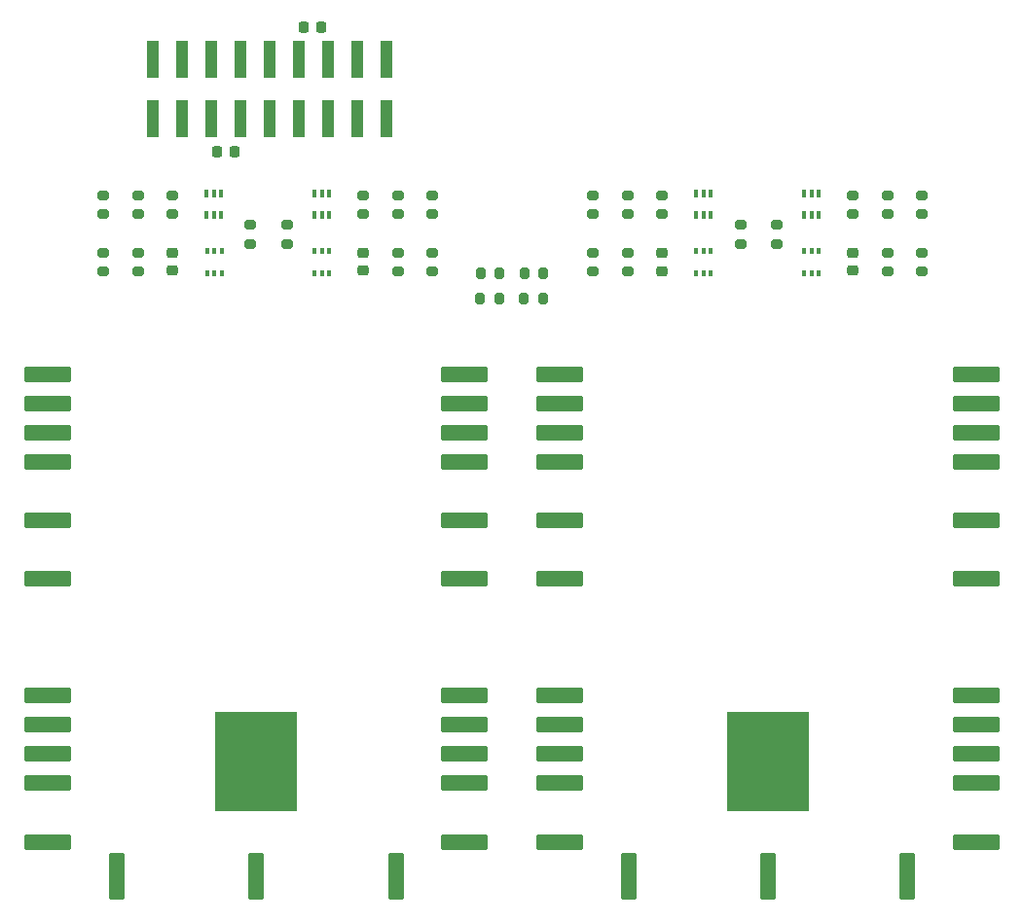
<source format=gtp>
%TF.GenerationSoftware,KiCad,Pcbnew,7.0.8*%
%TF.CreationDate,2024-04-09T22:44:40-07:00*%
%TF.ProjectId,MPPT_addon_board,4d505054-5f61-4646-946f-6e5f626f6172,rev?*%
%TF.SameCoordinates,Original*%
%TF.FileFunction,Paste,Top*%
%TF.FilePolarity,Positive*%
%FSLAX46Y46*%
G04 Gerber Fmt 4.6, Leading zero omitted, Abs format (unit mm)*
G04 Created by KiCad (PCBNEW 7.0.8) date 2024-04-09 22:44:40*
%MOMM*%
%LPD*%
G01*
G04 APERTURE LIST*
G04 Aperture macros list*
%AMRoundRect*
0 Rectangle with rounded corners*
0 $1 Rounding radius*
0 $2 $3 $4 $5 $6 $7 $8 $9 X,Y pos of 4 corners*
0 Add a 4 corners polygon primitive as box body*
4,1,4,$2,$3,$4,$5,$6,$7,$8,$9,$2,$3,0*
0 Add four circle primitives for the rounded corners*
1,1,$1+$1,$2,$3*
1,1,$1+$1,$4,$5*
1,1,$1+$1,$6,$7*
1,1,$1+$1,$8,$9*
0 Add four rect primitives between the rounded corners*
20,1,$1+$1,$2,$3,$4,$5,0*
20,1,$1+$1,$4,$5,$6,$7,0*
20,1,$1+$1,$6,$7,$8,$9,0*
20,1,$1+$1,$8,$9,$2,$3,0*%
G04 Aperture macros list end*
%ADD10RoundRect,0.200000X-0.200000X-0.275000X0.200000X-0.275000X0.200000X0.275000X-0.200000X0.275000X0*%
%ADD11RoundRect,0.200000X0.275000X-0.200000X0.275000X0.200000X-0.275000X0.200000X-0.275000X-0.200000X0*%
%ADD12RoundRect,0.200000X-0.275000X0.200000X-0.275000X-0.200000X0.275000X-0.200000X0.275000X0.200000X0*%
%ADD13R,0.400000X0.650000*%
%ADD14RoundRect,0.200000X0.200000X0.275000X-0.200000X0.275000X-0.200000X-0.275000X0.200000X-0.275000X0*%
%ADD15RoundRect,0.225000X0.250000X-0.225000X0.250000X0.225000X-0.250000X0.225000X-0.250000X-0.225000X0*%
%ADD16RoundRect,0.140000X1.910000X0.560000X-1.910000X0.560000X-1.910000X-0.560000X1.910000X-0.560000X0*%
%ADD17RoundRect,0.140000X-0.560000X1.910000X-0.560000X-1.910000X0.560000X-1.910000X0.560000X1.910000X0*%
%ADD18RoundRect,0.000000X3.520000X4.260000X-3.520000X4.260000X-3.520000X-4.260000X3.520000X-4.260000X0*%
%ADD19RoundRect,0.225000X0.225000X0.250000X-0.225000X0.250000X-0.225000X-0.250000X0.225000X-0.250000X0*%
%ADD20RoundRect,0.225000X-0.225000X-0.250000X0.225000X-0.250000X0.225000X0.250000X-0.225000X0.250000X0*%
%ADD21R,0.400000X0.600000*%
%ADD22R,1.140000X3.175000*%
G04 APERTURE END LIST*
D10*
X140800000Y-83000000D03*
X142450000Y-83000000D03*
D11*
X176200000Y-82825000D03*
X176200000Y-81175000D03*
D12*
X153600000Y-76175000D03*
X153600000Y-77825000D03*
X111000000Y-76175000D03*
X111000000Y-77825000D03*
D13*
X127650000Y-76050000D03*
X127000000Y-76050000D03*
X126350000Y-76050000D03*
X126350000Y-77950000D03*
X127000000Y-77950000D03*
X127650000Y-77950000D03*
D12*
X114000000Y-76175000D03*
X114000000Y-77825000D03*
D11*
X166600000Y-80425000D03*
X166600000Y-78775000D03*
D14*
X146250000Y-83000000D03*
X144600000Y-83000000D03*
D11*
X120800000Y-80425000D03*
X120800000Y-78775000D03*
D12*
X150600000Y-76175000D03*
X150600000Y-77825000D03*
D15*
X130600000Y-82775000D03*
X130600000Y-81225000D03*
D16*
X139425000Y-132500000D03*
X139425000Y-127380000D03*
X139425000Y-124840000D03*
X139425000Y-122300000D03*
X139425000Y-119760000D03*
X139425000Y-109600000D03*
X139425000Y-104520000D03*
X139425000Y-99440000D03*
X139425000Y-96900000D03*
X139425000Y-94360000D03*
X139425000Y-91820000D03*
X103175000Y-91820000D03*
X103175000Y-94360000D03*
X103175000Y-96900000D03*
X103175000Y-99440000D03*
X103175000Y-104520000D03*
X103175000Y-109600000D03*
X103175000Y-119760000D03*
X103175000Y-122300000D03*
X103175000Y-124840000D03*
X103175000Y-127380000D03*
X103175000Y-132500000D03*
D17*
X109175000Y-135500000D03*
X121300000Y-135500000D03*
X133425000Y-135500000D03*
D18*
X121300000Y-125475000D03*
D19*
X119400000Y-72400000D03*
X117850000Y-72400000D03*
D12*
X150600000Y-81175000D03*
X150600000Y-82825000D03*
D11*
X133600000Y-82825000D03*
X133600000Y-81175000D03*
D12*
X133600000Y-76175000D03*
X133600000Y-77825000D03*
X173200000Y-76175000D03*
X173200000Y-77825000D03*
X130600000Y-76175000D03*
X130600000Y-77825000D03*
D14*
X142400000Y-85200000D03*
X140750000Y-85200000D03*
D12*
X179200000Y-76175000D03*
X179200000Y-77825000D03*
D11*
X163400000Y-80425000D03*
X163400000Y-78775000D03*
X124000000Y-80425000D03*
X124000000Y-78775000D03*
D15*
X173200000Y-82775000D03*
X173200000Y-81225000D03*
D12*
X108000000Y-76175000D03*
X108000000Y-77825000D03*
X136600000Y-76175000D03*
X136600000Y-77825000D03*
D20*
X125425000Y-61600000D03*
X126975000Y-61600000D03*
D21*
X127650000Y-81050000D03*
X127000000Y-81050000D03*
X126350000Y-81050000D03*
X126350000Y-82950000D03*
X127000000Y-82950000D03*
X127650000Y-82950000D03*
D12*
X176200000Y-76175000D03*
X176200000Y-77825000D03*
X108000000Y-81175000D03*
X108000000Y-82825000D03*
D15*
X114000000Y-82775000D03*
X114000000Y-81225000D03*
D11*
X153600000Y-82825000D03*
X153600000Y-81175000D03*
D21*
X160850000Y-81050000D03*
X160200000Y-81050000D03*
X159550000Y-81050000D03*
X159550000Y-82950000D03*
X160200000Y-82950000D03*
X160850000Y-82950000D03*
D13*
X118250000Y-76050000D03*
X117600000Y-76050000D03*
X116950000Y-76050000D03*
X116950000Y-77950000D03*
X117600000Y-77950000D03*
X118250000Y-77950000D03*
D16*
X183925000Y-132500000D03*
X183925000Y-127380000D03*
X183925000Y-124840000D03*
X183925000Y-122300000D03*
X183925000Y-119760000D03*
X183925000Y-109600000D03*
X183925000Y-104520000D03*
X183925000Y-99440000D03*
X183925000Y-96900000D03*
X183925000Y-94360000D03*
X183925000Y-91820000D03*
X147675000Y-91820000D03*
X147675000Y-94360000D03*
X147675000Y-96900000D03*
X147675000Y-99440000D03*
X147675000Y-104520000D03*
X147675000Y-109600000D03*
X147675000Y-119760000D03*
X147675000Y-122300000D03*
X147675000Y-124840000D03*
X147675000Y-127380000D03*
X147675000Y-132500000D03*
D17*
X153675000Y-135500000D03*
X165800000Y-135500000D03*
X177925000Y-135500000D03*
D18*
X165800000Y-125475000D03*
D21*
X118300000Y-81050000D03*
X117650000Y-81050000D03*
X117000000Y-81050000D03*
X117000000Y-82950000D03*
X117650000Y-82950000D03*
X118300000Y-82950000D03*
D13*
X160850000Y-76050000D03*
X160200000Y-76050000D03*
X159550000Y-76050000D03*
X159550000Y-77950000D03*
X160200000Y-77950000D03*
X160850000Y-77950000D03*
D12*
X156600000Y-76175000D03*
X156600000Y-77825000D03*
D21*
X170250000Y-81050000D03*
X169600000Y-81050000D03*
X168950000Y-81050000D03*
X168950000Y-82950000D03*
X169600000Y-82950000D03*
X170250000Y-82950000D03*
D22*
X112270000Y-69552500D03*
X112270000Y-64347500D03*
X114810000Y-69552500D03*
X114810000Y-64347500D03*
X117350000Y-69552500D03*
X117350000Y-64347500D03*
X119890000Y-69552500D03*
X119890000Y-64347500D03*
X122430000Y-69552500D03*
X122430000Y-64347500D03*
X124970000Y-69552500D03*
X124970000Y-64347500D03*
X127510000Y-69552500D03*
X127510000Y-64347500D03*
X130050000Y-69552500D03*
X130050000Y-64347500D03*
X132590000Y-69552500D03*
X132590000Y-64347500D03*
D13*
X170250000Y-76050000D03*
X169600000Y-76050000D03*
X168950000Y-76050000D03*
X168950000Y-77950000D03*
X169600000Y-77950000D03*
X170250000Y-77950000D03*
D14*
X146225000Y-85200000D03*
X144575000Y-85200000D03*
D11*
X111000000Y-82825000D03*
X111000000Y-81175000D03*
D12*
X136600000Y-81175000D03*
X136600000Y-82825000D03*
D15*
X156600000Y-82800000D03*
X156600000Y-81250000D03*
D12*
X179200000Y-81175000D03*
X179200000Y-82825000D03*
M02*

</source>
